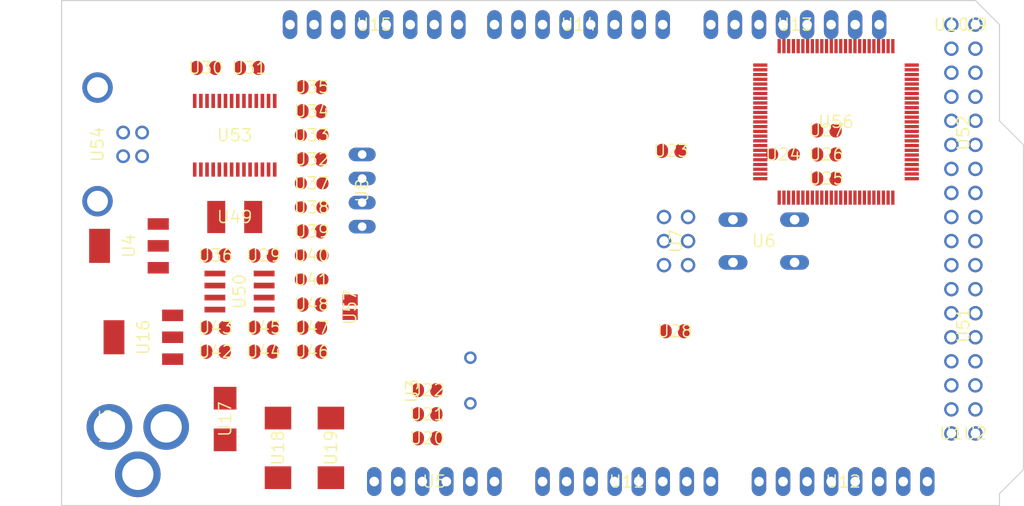
<source format=kicad_pcb>
(kicad_pcb (version 20221018) (generator pcbnew)
  (layers (0 "F.Cu" signal "Top") (31 "B.Cu" signal "Bottom") (34 "B.Paste" user) (35 "F.Paste" user) (36 "B.SilkS" user "B.Silkscreen") (37 "F.SilkS" user "F.Silkscreen") (38 "B.Mask" user) (39 "F.Mask" user) (44 "Edge.Cuts" user))
  (net 0 "")
  (net 1 "+5V")
  (net 2 "GND")
  (net 3 "N$6")
  (net 4 "N$7")
  (net 5 "AREF")
  (net 6 "RESET")
  (net 7 "VIN")
  (net 8 "N$3")
  (net 9 "PWRIN")
  (net 10 "M8RXD")
  (net 11 "M8TXD")
  (net 12 "ADC0")
  (net 13 "ADC2")
  (net 14 "ADC1")
  (net 15 "ADC3")
  (net 16 "ADC4")
  (net 17 "ADC5")
  (net 18 "ADC6")
  (net 19 "ADC7")
  (net 20 "+3V3")
  (net 21 "SDA")
  (net 22 "SCL")
  (net 23 "ADC9")
  (net 24 "ADC8")
  (net 25 "ADC10")
  (net 26 "ADC11")
  (net 27 "ADC12")
  (net 28 "ADC13")
  (net 29 "ADC14")
  (net 30 "ADC15")
  (net 31 "PB3")
  (net 32 "PB2")
  (net 33 "PB1")
  (net 34 "PB5")
  (net 35 "PB4")
  (net 36 "PE5")
  (net 37 "PE4")
  (net 38 "PE3")
  (net 39 "PE1")
  (net 40 "PE0")
  (net 41 "N$15")
  (net 42 "N$53")
  (net 43 "N$54")
  (net 44 "N$55")
  (net 45 "D-")
  (net 46 "D+")
  (net 47 "N$60")
  (net 48 "DTR")
  (net 49 "USBVCC")
  (net 50 "N$2")
  (net 51 "N$4")
  (net 52 "GATE_CMD")
  (net 53 "CMP")
  (net 54 "PB6")
  (net 55 "PH3")
  (net 56 "PH4")
  (net 57 "PH5")
  (net 58 "PH6")
  (net 59 "PG5")
  (net 60 "RXD1")
  (net 61 "TXD1")
  (net 62 "RXD2")
  (net 63 "RXD3")
  (net 64 "TXD2")
  (net 65 "TXD3")
  (net 66 "PC0")
  (net 67 "PC1")
  (net 68 "PC2")
  (net 69 "PC3")
  (net 70 "PC4")
  (net 71 "PC5")
  (net 72 "PC6")
  (net 73 "PC7")
  (net 74 "PB0")
  (net 75 "PG0")
  (net 76 "PG1")
  (net 77 "PG2")
  (net 78 "PD7")
  (net 79 "PA0")
  (net 80 "PA1")
  (net 81 "PA2")
  (net 82 "PA3")
  (net 83 "PA4")
  (net 84 "PA5")
  (net 85 "PA6")
  (net 86 "PA7")
  (net 87 "PL0")
  (net 88 "PL1")
  (net 89 "PL2")
  (net 90 "PL3")
  (net 91 "PL4")
  (net 92 "PL5")
  (net 93 "PL6")
  (net 94 "PL7")
  (net 95 "PB7")
  (net 96 "CTS")
  (net 97 "DSR")
  (net 98 "DCD")
  (net 99 "RI")
  (footprint "Arduino_MEGA_Reference_Design:2X03" (layer "F.Cu") (at 162.5981 103.7336 -90)
    (fp_text reference "U7")
    (fp_text value "")
  )
  (footprint "Arduino_MEGA_Reference_Design:1X08" (layer "F.Cu") (at 152.3111 80.8736 180)
    (fp_text reference "U14")
    (fp_text value "")
  )
  (footprint "Arduino_MEGA_Reference_Design:1X08" (layer "F.Cu") (at 130.7211 80.8736 180)
    (fp_text reference "U15")
    (fp_text value "")
  )
  (footprint "Arduino_MEGA_Reference_Design:SMC_D" (layer "F.Cu") (at 120.5611 125.5776 -90)
    (fp_text reference "U18")
    (fp_text value "")
  )
  (footprint "Arduino_MEGA_Reference_Design:SMC_D" (layer "F.Cu") (at 126.1491 125.5776 -90)
    (fp_text reference "U19")
    (fp_text value "")
  )
  (footprint "Arduino_MEGA_Reference_Design:B3F-10XX" (layer "F.Cu") (at 171.8691 103.7336 180)
    (fp_text reference "U6")
    (fp_text value "")
  )
  (footprint "Arduino_MEGA_Reference_Design:0805RND" (layer "F.Cu") (at 173.9011 94.5896 180)
    (fp_text reference "U24")
    (fp_text value "")
  )
  (footprint "Arduino_MEGA_Reference_Design:SMB" (layer "F.Cu") (at 114.9731 122.5296 -90)
    (fp_text reference "U17")
    (fp_text value "")
  )
  (footprint "Arduino_MEGA_Reference_Design:DC-21MM" (layer "F.Cu") (at 103.0351 123.2916 90)
    (fp_text reference "U55")
    (fp_text value "")
  )
  (footprint "Arduino_MEGA_Reference_Design:HC49_S" (layer "F.Cu") (at 140.8811 118.4656 90)
    (fp_text reference "U3")
    (fp_text value "")
  )
  (footprint "Arduino_MEGA_Reference_Design:SOT223" (layer "F.Cu") (at 106.3371 113.8936 90)
    (fp_text reference "U16")
    (fp_text value "")
  )
  (footprint "Arduino_MEGA_Reference_Design:1X06" (layer "F.Cu") (at 137.0711 129.1336)
    (fp_text reference "U5")
    (fp_text value "")
  )
  (footprint "Arduino_MEGA_Reference_Design:C0805RND" (layer "F.Cu") (at 124.1171 87.4776)
    (fp_text reference "U35")
    (fp_text value "")
  )
  (footprint "Arduino_MEGA_Reference_Design:C0805RND" (layer "F.Cu") (at 162.4711 113.2586)
    (fp_text reference "U28")
    (fp_text value "")
  )
  (footprint "Arduino_MEGA_Reference_Design:C0805RND" (layer "F.Cu") (at 136.3091 122.0216)
    (fp_text reference "U21")
    (fp_text value "")
  )
  (footprint "Arduino_MEGA_Reference_Design:C0805RND" (layer "F.Cu") (at 136.3091 119.4816)
    (fp_text reference "U22")
    (fp_text value "")
  )
  (footprint "Arduino_MEGA_Reference_Design:C0805RND" (layer "F.Cu") (at 113.9571 112.8776)
    (fp_text reference "U43")
    (fp_text value "")
  )
  (footprint "Arduino_MEGA_Reference_Design:RCL_0805RND" (layer "F.Cu") (at 124.1171 105.2576)
    (fp_text reference "U40")
    (fp_text value "")
  )
  (footprint "Arduino_MEGA_Reference_Design:RCL_0805RND" (layer "F.Cu") (at 124.1171 107.7976)
    (fp_text reference "U41")
    (fp_text value "")
  )
  (footprint "Arduino_MEGA_Reference_Design:1X08" (layer "F.Cu") (at 157.3911 129.1336)
    (fp_text reference "U11")
    (fp_text value "")
  )
  (footprint "Arduino_MEGA_Reference_Design:1X08" (layer "F.Cu") (at 175.1711 80.8736 180)
    (fp_text reference "U13")
    (fp_text value "")
  )
  (footprint "Arduino_MEGA_Reference_Design:R0805RND" (layer "F.Cu") (at 178.4731 94.5896 180)
    (fp_text reference "U26")
    (fp_text value "")
  )
  (footprint "Arduino_MEGA_Reference_Design:R0805RND" (layer "F.Cu") (at 178.4731 92.0496 180)
    (fp_text reference "U27")
    (fp_text value "")
  )
  (footprint "Arduino_MEGA_Reference_Design:TQFP100" (layer "F.Cu") (at 179.49734497070312 91.14759826660156 0)
    (fp_text reference "U56")
    (fp_text value "")
  )
  (footprint "Arduino_MEGA_Reference_Design:C0805RND" (layer "F.Cu") (at 162.0901 94.2086 180)
    (fp_text reference "U23")
    (fp_text value "")
  )
  (footprint "Arduino_MEGA_Reference_Design:C0805RND" (layer "F.Cu") (at 136.3091 124.5616)
    (fp_text reference "U20")
    (fp_text value "")
  )
  (footprint "Arduino_MEGA_Reference_Design:1X08" (layer "F.Cu") (at 180.2511 129.1336)
    (fp_text reference "U12")
    (fp_text value "")
  )
  (footprint "Arduino_MEGA_Reference_Design:R0805RND" (layer "F.Cu") (at 124.1171 112.8776)
    (fp_text reference "U47")
    (fp_text value "")
  )
  (footprint "Arduino_MEGA_Reference_Design:C0805RND" (layer "F.Cu") (at 124.1171 115.4176)
    (fp_text reference "U46")
    (fp_text value "")
  )
  (footprint "Arduino_MEGA_Reference_Design:C0805RND" (layer "F.Cu") (at 113.9571 105.2576)
    (fp_text reference "U36")
    (fp_text value "")
  )
  (footprint "Arduino_MEGA_Reference_Design:C0805RND" (layer "F.Cu") (at 112.9411 85.4456)
    (fp_text reference "U30")
    (fp_text value "")
  )
  (footprint "Arduino_MEGA_Reference_Design:0805RND" (layer "F.Cu") (at 124.1171 100.1776 180)
    (fp_text reference "U38")
    (fp_text value "")
  )
  (footprint "Arduino_MEGA_Reference_Design:0805RND" (layer "F.Cu") (at 124.1171 97.6376 180)
    (fp_text reference "U37")
    (fp_text value "")
  )
  (footprint "Arduino_MEGA_Reference_Design:R0805RND" (layer "F.Cu") (at 124.1171 95.0976)
    (fp_text reference "U32")
    (fp_text value "")
  )
  (footprint "Arduino_MEGA_Reference_Design:R0805RND" (layer "F.Cu") (at 124.1171 102.7176)
    (fp_text reference "U39")
    (fp_text value "")
  )
  (footprint "Arduino_MEGA_Reference_Design:SSOP28" (layer "F.Cu") (at 115.9891 92.5576)
    (fp_text reference "U53")
    (fp_text value "")
  )
  (footprint "Arduino_MEGA_Reference_Design:PN61729" (layer "F.Cu") (at 98.9584 93.5228 -90)
    (fp_text reference "U54")
    (fp_text value "")
  )
  (footprint "Arduino_MEGA_Reference_Design:L1812" (layer "F.Cu") (at 115.9891 101.1936)
    (fp_text reference "U49")
    (fp_text value "")
  )
  (footprint "Arduino_MEGA_Reference_Design:C0805RND" (layer "F.Cu") (at 117.5131 85.4456)
    (fp_text reference "U31")
    (fp_text value "")
  )
  (footprint "Arduino_MEGA_Reference_Design:0805RND" (layer "F.Cu") (at 124.1171 92.5576 180)
    (fp_text reference "U33")
    (fp_text value "")
  )
  (footprint "Arduino_MEGA_Reference_Design:R0805RND" (layer "F.Cu") (at 124.1171 90.0176 180)
    (fp_text reference "U34")
    (fp_text value "")
  )
  (footprint "Arduino_MEGA_Reference_Design:C0805RND" (layer "F.Cu") (at 124.1171 110.4392 180)
    (fp_text reference "U48")
    (fp_text value "")
  )
  (footprint "Arduino_MEGA_Reference_Design:SOT223" (layer "F.Cu") (at 104.8131 104.2416 90)
    (fp_text reference "U4")
    (fp_text value "")
  )
  (footprint "Arduino_MEGA_Reference_Design:SO08" (layer "F.Cu") (at 116.4971 109.0676 -90)
    (fp_text reference "U50")
    (fp_text value "")
  )
  (footprint "Arduino_MEGA_Reference_Design:R0805RND" (layer "F.Cu") (at 113.9571 115.4176 180)
    (fp_text reference "U42")
    (fp_text value "")
  )
  (footprint "Arduino_MEGA_Reference_Design:R0805RND" (layer "F.Cu") (at 119.0371 112.8776 180)
    (fp_text reference "U45")
    (fp_text value "")
  )
  (footprint "Arduino_MEGA_Reference_Design:C0805RND" (layer "F.Cu") (at 119.0371 115.4176 180)
    (fp_text reference "U44")
    (fp_text value "")
  )
  (footprint "Arduino_MEGA_Reference_Design:C0805RND" (layer "F.Cu") (at 119.0371 105.2576)
    (fp_text reference "U29")
    (fp_text value "")
  )
  (footprint "Arduino_MEGA_Reference_Design:2X08" (layer "F.Cu") (at 192.9511 92.3036 90)
    (fp_text reference "U52")
    (fp_text value "")
  )
  (footprint "Arduino_MEGA_Reference_Design:2X08" (layer "F.Cu") (at 192.9511 112.6236 90)
    (fp_text reference "U51")
    (fp_text value "")
  )
  (footprint "Arduino_MEGA_Reference_Design:R0805RND" (layer "F.Cu") (at 178.4731 97.1296 180)
    (fp_text reference "U25")
    (fp_text value "")
  )
  (footprint "Arduino_MEGA_Reference_Design:1X01" (layer "F.Cu") (at 191.6811 80.8736)
    (fp_text reference "U10")
    (fp_text value "")
  )
  (footprint "Arduino_MEGA_Reference_Design:1X01" (layer "F.Cu") (at 194.2211 80.8736)
    (fp_text reference "U9")
    (fp_text value "")
  )
  (footprint "Arduino_MEGA_Reference_Design:1X01" (layer "F.Cu") (at 191.6811 124.0536)
    (fp_text reference "U1")
    (fp_text value "")
  )
  (footprint "Arduino_MEGA_Reference_Design:1X01" (layer "F.Cu") (at 194.2211 124.0536)
    (fp_text reference "U2")
    (fp_text value "")
  )
  (footprint "Arduino_MEGA_Reference_Design:SJ" (layer "F.Cu") (at 128.1811 110.7186 -90)
    (fp_text reference "U57")
    (fp_text value "")
  )
  (footprint "Arduino_MEGA_Reference_Design:JP4" (layer "F.Cu") (at 129.4511 98.3996 -90)
    (fp_text reference "U8")
    (fp_text value "")
  )
  (gr_line (start 196.7611 80.8736) (end 196.7611 91.0336) (layer "Edge.Cuts") (width 0.12))
  (gr_line (start 196.7611 130.4036) (end 196.7611 131.6736) (layer "Edge.Cuts") (width 0.12))
  (gr_line (start 194.2211 78.3336) (end 196.7611 80.8736) (layer "Edge.Cuts") (width 0.12))
  (gr_line (start 97.7011 78.3336) (end 194.2211 78.3336) (layer "Edge.Cuts") (width 0.12))
  (gr_line (start 196.7611 91.0336) (end 199.3011 93.5736) (layer "Edge.Cuts") (width 0.12))
  (gr_line (start 97.7011 131.6736) (end 97.7011 78.3336) (layer "Edge.Cuts") (width 0.12))
  (gr_line (start 196.7611 131.6736) (end 97.7011 131.6736) (layer "Edge.Cuts") (width 0.12))
  (gr_line (start 199.3011 93.5736) (end 199.3011 127.8636) (layer "Edge.Cuts") (width 0.12))
  (gr_line (start 199.3011 127.8636) (end 196.7611 130.4036) (layer "Edge.Cuts") (width 0.12))
)
</source>
